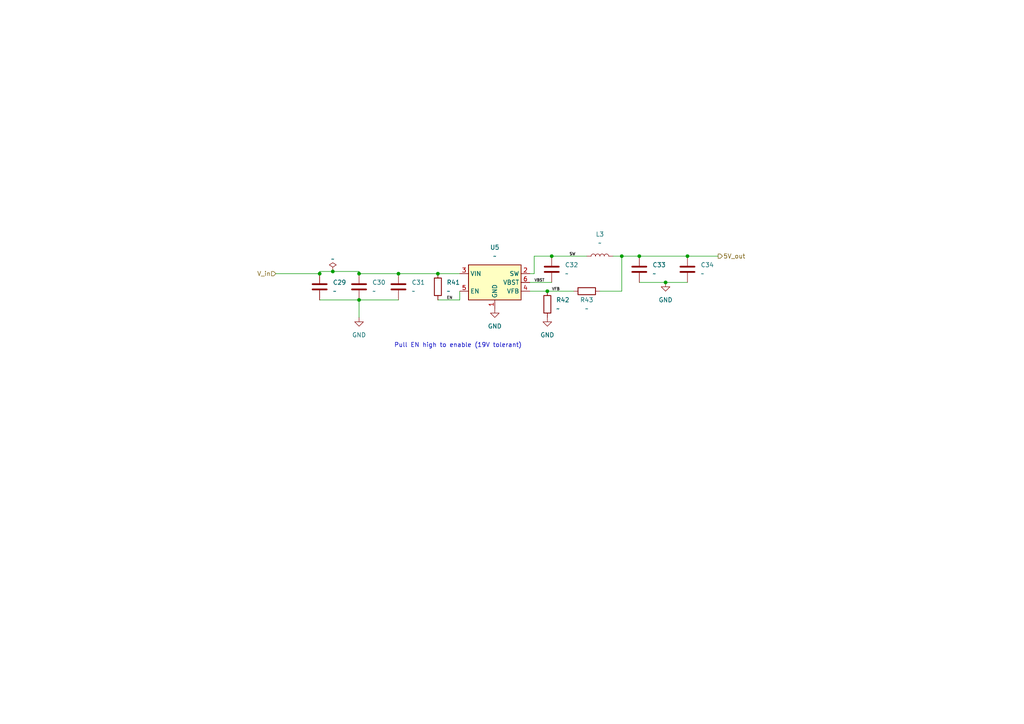
<source format=kicad_sch>
(kicad_sch (version 20211123) (generator eeschema)
  (paper "A4")
  (lib_symbols
    (symbol "Device:C" (pin_numbers hide) (pin_names (offset 0.254))
      (property "Reference" "C" (at 0.635 2.54 0))
      (property "Value" "C" (at 0.635 -2.54 0))
      (symbol "C_0_1"
        (polyline (pts (xy -2.032 -0.762) (xy 2.032 -0.762)) (stroke (width 0.508)))
        (polyline (pts (xy -2.032 0.762) (xy 2.032 0.762)) (stroke (width 0.508)))
      )
      (symbol "C_1_1"
        (pin passive line (at 0 3.81 270) (length 2.794) (name "~") (number "1"))
        (pin passive line (at 0 -3.81 90) (length 2.794) (name "~") (number "2"))
      )
    )
    (symbol "Device:L" (pin_numbers hide) (pin_names (offset 1.016) hide)
      (property "Reference" "L1" (at 0 6.35 90))
      (property "Value" "4u7" (at 0 3.81 90))
      (symbol "L_0_1"
        (arc (start 0 -2.54) (mid 0.635 -1.905) (end 0 -1.27))
        (arc (start 0 -1.27) (mid 0.635 -0.635) (end 0 0))
        (arc (start 0 0) (mid 0.635 0.635) (end 0 1.27))
        (arc (start 0 1.27) (mid 0.635 1.905) (end 0 2.54))
      )
      (symbol "L_1_1"
        (pin passive line (at 0 3.81 270) (length 1.27) (name "1") (number "1"))
        (pin passive line (at 0 -3.81 90) (length 1.27) (name "2") (number "2"))
      )
    )
    (symbol "Device:R" (pin_numbers hide) (pin_names (offset 0))
      (property "Reference" "R" (at 2.032 0 90))
      (property "Value" "R" (at 0 0 90))
      (symbol "R_0_1"
        (rectangle (start -1.016 -2.54) (end 1.016 2.54) (stroke (width 0.254)))
      )
      (symbol "R_1_1"
        (pin passive line (at 0 3.81 270) (length 1.27) (name "~") (number "1"))
        (pin passive line (at 0 -3.81 90) (length 1.27) (name "~") (number "2"))
      )
    )
    (symbol "Regulator_Switching:TPS562200"
      (property "Reference" "U" (at -7.62 6.35 0))
      (property "Value" "TPS562200" (at -2.54 6.35 0))
      (symbol "TPS562200_0_1"
        (rectangle (start -7.62 5.08) (end 7.62 -5.08) (stroke (width 0.254)) (fill (type background)))
      )
      (symbol "TPS562200_1_1"
        (pin power_in line (at 0 -7.62 90) (length 2.54) (name "GND") (number "1"))
        (pin output line (at 10.16 2.54 180) (length 2.54) (name "SW") (number "2"))
        (pin power_in line (at -10.16 2.54 0) (length 2.54) (name "VIN") (number "3"))
        (pin input line (at 10.16 -2.54 180) (length 2.54) (name "VFB") (number "4"))
        (pin input line (at -10.16 -2.54 0) (length 2.54) (name "EN") (number "5"))
        (pin passive line (at 10.16 0 180) (length 2.54) (name "VBST") (number "6"))
      )
    )
    (symbol "power:GND" (power) (pin_names (offset 0))
      (property "Value" "GND" (at 0 -3.81 0))
      (symbol "GND_0_1"
        (polyline (pts (xy 0 0) (xy 0 -1.27) (xy 1.27 -1.27) (xy 0 -2.54) (xy -1.27 -1.27) (xy 0 -1.27)))
      )
      (symbol "GND_1_1"
        (pin power_in line (at 0 0 270) (length 0) hide (name "GND") (number "1"))
      )
    )
    (symbol "power:PWR_FLAG" (power) (pin_numbers hide) (pin_names (offset 0) hide)
      (property "Value" "PWR_FLAG" (at 0 3.81 0))
      (symbol "PWR_FLAG_0_0"
        (pin power_out line (at 0 0 90) (length 0) (name "pwr") (number "1"))
      )
      (symbol "PWR_FLAG_0_1"
        (polyline (pts (xy 0 0) (xy 0 1.27) (xy -1.016 1.905) (xy 0 2.54) (xy 1.016 1.905) (xy 0 1.27)))
      )
    )
  )
  (junction (at 96.52 78.74))
  (junction (at 158.75 84.455))
  (junction (at 104.14 79.375))
  (junction (at 104.14 86.995))
  (junction (at 193.04 81.915))
  (junction (at 199.39 74.295))
  (junction (at 180.34 74.295))
  (junction (at 160.02 74.295))
  (junction (at 185.42 74.295))
  (junction (at 115.57 79.375))
  (junction (at 127 79.375))
  (junction (at 92.71 79.375))
  (wire (pts (xy 133.35 86.995) (xy 133.35 84.455)))
  (wire (pts (xy 127 86.995) (xy 133.35 86.995)))
  (wire (pts (xy 104.14 78.74) (xy 104.14 79.375)))
  (wire (pts (xy 153.67 81.915) (xy 160.02 81.915)))
  (wire (pts (xy 185.42 74.295) (xy 199.39 74.295)))
  (wire (pts (xy 158.75 84.455) (xy 166.37 84.455)))
  (wire (pts (xy 80.01 79.375) (xy 92.71 79.375)))
  (wire (pts (xy 115.57 79.375) (xy 127 79.375)))
  (wire (pts (xy 154.94 74.295) (xy 160.02 74.295)))
  (wire (pts (xy 177.8 74.295) (xy 180.34 74.295)))
  (wire (pts (xy 127 79.375) (xy 133.35 79.375)))
  (wire (pts (xy 185.42 81.915) (xy 193.04 81.915)))
  (wire (pts (xy 92.71 78.74) (xy 92.71 79.375)))
  (wire (pts (xy 153.67 79.375) (xy 154.94 79.375)))
  (wire (pts (xy 104.14 86.995) (xy 104.14 92.075)))
  (wire (pts (xy 153.67 84.455) (xy 158.75 84.455)))
  (wire (pts (xy 154.94 79.375) (xy 154.94 74.295)))
  (wire (pts (xy 92.71 86.995) (xy 104.14 86.995)))
  (wire (pts (xy 160.02 74.295) (xy 170.18 74.295)))
  (wire (pts (xy 96.52 78.74) (xy 104.14 78.74)))
  (wire (pts (xy 104.14 79.375) (xy 115.57 79.375)))
  (wire (pts (xy 193.04 81.915) (xy 199.39 81.915)))
  (wire (pts (xy 199.39 74.295) (xy 208.28 74.295)))
  (wire (pts (xy 104.14 86.995) (xy 115.57 86.995)))
  (wire (pts (xy 180.34 84.455) (xy 180.34 74.295)))
  (wire (pts (xy 92.71 78.74) (xy 96.52 78.74)))
  (wire (pts (xy 180.34 74.295) (xy 185.42 74.295)))
  (wire (pts (xy 173.99 84.455) (xy 180.34 84.455)))
  (text "Pull EN high to enable (19V tolerant)\n" (at 114.3 100.965 0) (effects (font (size 1.27 1.27)) (justify left bottom)))
  (label "VBST" (at 154.94 81.915 0) (effects (font (size 0.8 0.8))))
  (label "EN" (at 129.54 86.995 0) (effects (font (size 0.8 0.8))))
  (label "SW" (at 165.1 74.295 0) (effects (font (size 0.8 0.8))))
  (label "VFB" (at 160.02 84.455 0) (effects (font (size 0.8 0.8))))
  (hierarchical_label "5V_out" (shape output) (at 208.28 74.295 0))
  (hierarchical_label "V_in" (shape input) (at 80.01 79.375 180))
  (symbol (lib_id "Device:C") (at 199.39 78.105 0) (unit 1)
    (property "Reference" "C34" (at 203.2 76.8349 0) (effects (justify left)))
    (property "Value" "~" (at 203.2 79.3749 0) (effects (justify left)))
  )
  (symbol (lib_id "power:GND") (at 193.04 81.915 0) (unit 1)
    (property "Reference" "#PWR078" (effects hide))
    (property "Value" "~" (at 193.04 86.995 0))
  )
  (symbol (lib_id "Device:C") (at 185.42 78.105 0) (unit 1)
    (property "Reference" "C33" (at 189.23 76.8349 0) (effects (justify left)))
    (property "Value" "~" (at 189.23 79.3749 0) (effects (justify left)))
  )
  (symbol (lib_id "Device:C") (at 92.71 83.185 0) (unit 1)
    (property "Reference" "C29" (at 96.52 81.9149 0) (effects (justify left)))
    (property "Value" "~" (at 96.52 84.4549 0) (effects (justify left)))
  )
  (symbol (lib_id "Device:C") (at 104.14 83.185 0) (unit 1)
    (property "Reference" "C30" (at 107.95 81.9149 0) (effects (justify left)))
    (property "Value" "~" (at 107.95 84.4549 0) (effects (justify left)))
  )
  (symbol (lib_id "Device:C") (at 115.57 83.185 0) (unit 1)
    (property "Reference" "C31" (at 119.38 81.9149 0) (effects (justify left)))
    (property "Value" "~" (at 119.38 84.4549 0) (effects (justify left)))
  )
  (symbol (lib_id "power:GND") (at 143.51 89.535 0) (unit 1)
    (property "Reference" "#PWR076" (effects hide))
    (property "Value" "~" (at 143.51 94.615 0))
  )
  (symbol (lib_id "Device:R") (at 170.18 84.455 90) (unit 1)
    (property "Reference" "R43" (at 170.18 86.995 90))
    (property "Value" "~" (at 170.18 89.535 90))
  )
  (symbol (lib_id "Device:R") (at 127 83.185 0) (unit 1)
    (property "Reference" "R41" (at 129.54 81.9149 0) (effects (justify left)))
    (property "Value" "~" (at 129.54 84.4549 0) (effects (justify left)))
  )
  (symbol (lib_id "power:GND") (at 158.75 92.075 0) (unit 1)
    (property "Reference" "#PWR077" (effects hide))
    (property "Value" "~" (at 158.75 97.155 0))
  )
  (symbol (lib_id "Regulator_Switching:TPS562200") (at 143.51 81.915 0) (unit 1)
    (property "Reference" "U5" (at 143.51 71.755 0))
    (property "Value" "~" (at 143.51 74.295 0))
    (property "Datasheet" "https://www.ti.com/lit/ds/symlink/lmr51420.pdf?ts=1667094809731&ref_url=https%253A%252F%252Fwww.ti.com%252Fproduct%252FLMR51420" (effects hide))
  )
  (symbol (lib_id "Device:C") (at 160.02 78.105 0) (unit 1)
    (property "Reference" "C32" (at 163.83 76.8349 0) (effects (justify left)))
    (property "Value" "~" (at 163.83 79.3749 0) (effects (justify left)))
  )
  (symbol (lib_id "Device:R") (at 158.75 88.265 0) (unit 1)
    (property "Reference" "R42" (at 161.29 86.9949 0) (effects (justify left)))
    (property "Value" "~" (at 161.29 89.5349 0) (effects (justify left)))
  )
  (symbol (lib_id "power:PWR_FLAG") (at 96.52 78.74 0) (unit 1)
    (property "Reference" "#FLG05" (effects hide))
    (property "Value" "~" (at 96.52 75.1355 0))
  )
  (symbol (lib_id "Device:L") (at 173.99 74.295 90) (unit 1)
    (property "Reference" "L3" (at 173.99 67.945 90))
    (property "Value" "~" (at 173.99 70.485 90))
    (property "Datasheet" "https://datasheet.lcsc.com/lcsc/1912111437_Sunlord-MWSA0503S-4R7MT_C408410.pdf" (effects hide))
    (property "Part #" "C408410" (effects hide))
  )
  (symbol (lib_id "power:GND") (at 104.14 92.075 0) (unit 1)
    (property "Reference" "#PWR075" (effects hide))
    (property "Value" "~" (at 104.14 97.155 0))
  )
)
</source>
